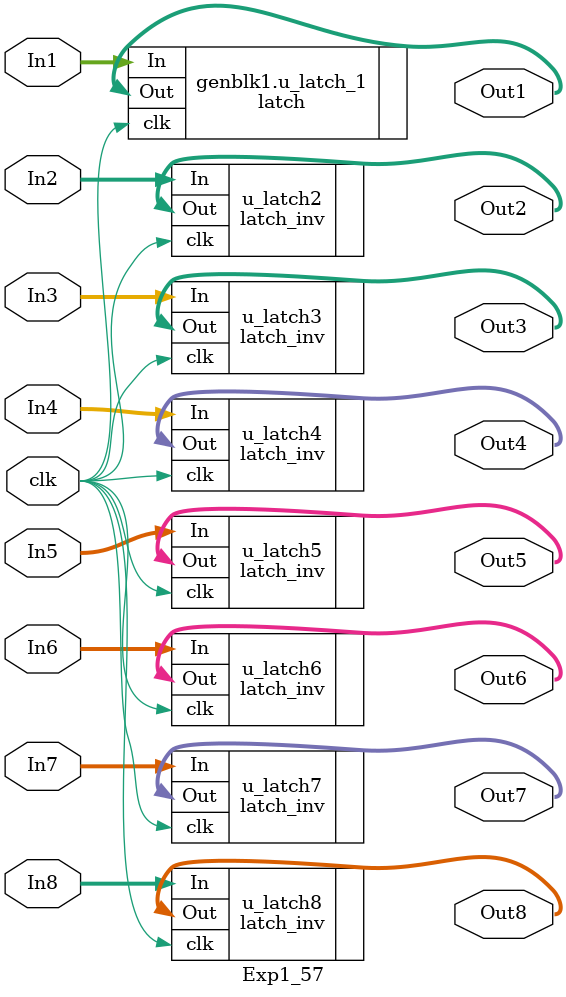
<source format=v>



`timescale 1 ns / 1 ns

module Exp1_57
          (clk,
           In1,
           In2,
           In3,
           In4,
           In5,
           In6,
           In7,
           In8,
           Out1,
           Out2,
           Out3,
           Out4,
           Out5,
           Out6,
           Out7,
           Out8);


  input   clk;
  input   [31:0] In1;  // uint32
  input   [31:0] In2;  // uint32
  input   [31:0] In3;  // uint32
  input   [31:0] In4;  // uint32
  input   [31:0] In5;  // uint32
  input   [31:0] In6;  // uint32
  input   [31:0] In7;  // uint32
  input   [31:0] In8;  // uint32
  output  [31:0] Out1;  // uint32
  output  [31:0] Out2;  // uint32
  output  [31:0] Out3;  // uint32
  output  [31:0] Out4;  // uint32
  output  [31:0] Out5;  // uint32
  output  [31:0] Out6;  // uint32
  output  [31:0] Out7;  // uint32
  output  [31:0] Out8;  // uint32


  
  
reg [31:0] Delay_out1;  // uint32

   parameter I1 =0 ;
 
if (I1 == 0) begin
latch u_latch_1(.clk(clk),.In(In1),.Out(Out1));
  end
 else begin
 	 latch_inv u_latch1 (.clk(clk),.In(In1),.Out(Out1));
 end 


  latch_inv u_latch2 (.clk(clk),.In(In2),.Out(Out2));
 latch_inv u_latch3 (.clk(clk),.In(In3),.Out(Out3));
 latch_inv u_latch4 (.clk(clk),.In(In4),.Out(Out4));
 latch_inv u_latch5 (.clk(clk),.In(In5),.Out(Out5));
 latch_inv u_latch6 (.clk(clk),.In(In6),.Out(Out6));
 latch_inv u_latch7 (.clk(clk),.In(In7),.Out(Out7));
 latch_inv u_latch8 (.clk(clk),.In(In8),.Out(Out8));

endmodule  // Exp1_57


</source>
